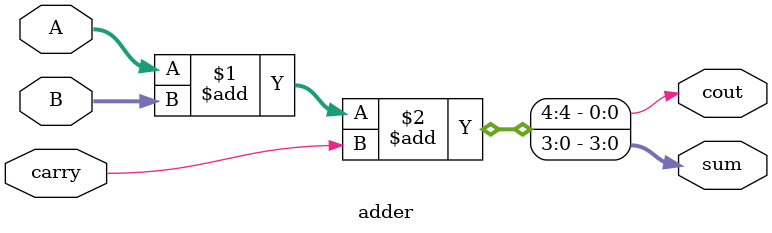
<source format=v>
`timescale 1ns / 1ps

module adder(
    input  wire carry,
	input  wire [3:0] A,
	input  wire [3:0] B,
	output wire [3:0] sum,
	output wire cout
    );


	// always @ (A, B) begin
	// 	{carry, sum} = A + B;
	// end

	assign {cout, sum} = A + B + carry;

endmodule

</source>
